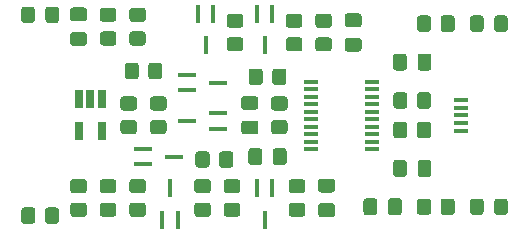
<source format=gbr>
%TF.GenerationSoftware,KiCad,Pcbnew,(5.1.9)-1*%
%TF.CreationDate,2021-12-10T21:49:07-06:00*%
%TF.ProjectId,minirib-usb,6d696e69-7269-4622-9d75-73622e6b6963,A*%
%TF.SameCoordinates,Original*%
%TF.FileFunction,Paste,Top*%
%TF.FilePolarity,Positive*%
%FSLAX46Y46*%
G04 Gerber Fmt 4.6, Leading zero omitted, Abs format (unit mm)*
G04 Created by KiCad (PCBNEW (5.1.9)-1) date 2021-12-10 21:49:07*
%MOMM*%
%LPD*%
G01*
G04 APERTURE LIST*
%ADD10R,0.450000X1.500000*%
%ADD11R,1.500000X0.450000*%
%ADD12R,1.200000X0.400000*%
%ADD13R,0.650000X1.560000*%
%ADD14R,1.300000X0.450000*%
G04 APERTURE END LIST*
%TO.C,C1*%
G36*
G01*
X160875000Y-104975000D02*
X160875000Y-104025000D01*
G75*
G02*
X161125000Y-103775000I250000J0D01*
G01*
X161800000Y-103775000D01*
G75*
G02*
X162050000Y-104025000I0J-250000D01*
G01*
X162050000Y-104975000D01*
G75*
G02*
X161800000Y-105225000I-250000J0D01*
G01*
X161125000Y-105225000D01*
G75*
G02*
X160875000Y-104975000I0J250000D01*
G01*
G37*
G36*
G01*
X162950000Y-104975000D02*
X162950000Y-104025000D01*
G75*
G02*
X163200000Y-103775000I250000J0D01*
G01*
X163875000Y-103775000D01*
G75*
G02*
X164125000Y-104025000I0J-250000D01*
G01*
X164125000Y-104975000D01*
G75*
G02*
X163875000Y-105225000I-250000J0D01*
G01*
X163200000Y-105225000D01*
G75*
G02*
X162950000Y-104975000I0J250000D01*
G01*
G37*
%TD*%
%TO.C,C2*%
G36*
G01*
X160450000Y-108225000D02*
X160450000Y-107275000D01*
G75*
G02*
X160700000Y-107025000I250000J0D01*
G01*
X161375000Y-107025000D01*
G75*
G02*
X161625000Y-107275000I0J-250000D01*
G01*
X161625000Y-108225000D01*
G75*
G02*
X161375000Y-108475000I-250000J0D01*
G01*
X160700000Y-108475000D01*
G75*
G02*
X160450000Y-108225000I0J250000D01*
G01*
G37*
G36*
G01*
X158375000Y-108225000D02*
X158375000Y-107275000D01*
G75*
G02*
X158625000Y-107025000I250000J0D01*
G01*
X159300000Y-107025000D01*
G75*
G02*
X159550000Y-107275000I0J-250000D01*
G01*
X159550000Y-108225000D01*
G75*
G02*
X159300000Y-108475000I-250000J0D01*
G01*
X158625000Y-108475000D01*
G75*
G02*
X158375000Y-108225000I0J250000D01*
G01*
G37*
%TD*%
%TO.C,C3*%
G36*
G01*
X134725000Y-92050000D02*
X133775000Y-92050000D01*
G75*
G02*
X133525000Y-91800000I0J250000D01*
G01*
X133525000Y-91125000D01*
G75*
G02*
X133775000Y-90875000I250000J0D01*
G01*
X134725000Y-90875000D01*
G75*
G02*
X134975000Y-91125000I0J-250000D01*
G01*
X134975000Y-91800000D01*
G75*
G02*
X134725000Y-92050000I-250000J0D01*
G01*
G37*
G36*
G01*
X134725000Y-94125000D02*
X133775000Y-94125000D01*
G75*
G02*
X133525000Y-93875000I0J250000D01*
G01*
X133525000Y-93200000D01*
G75*
G02*
X133775000Y-92950000I250000J0D01*
G01*
X134725000Y-92950000D01*
G75*
G02*
X134975000Y-93200000I0J-250000D01*
G01*
X134975000Y-93875000D01*
G75*
G02*
X134725000Y-94125000I-250000J0D01*
G01*
G37*
%TD*%
%TO.C,C4*%
G36*
G01*
X164125000Y-95025000D02*
X164125000Y-95975000D01*
G75*
G02*
X163875000Y-96225000I-250000J0D01*
G01*
X163200000Y-96225000D01*
G75*
G02*
X162950000Y-95975000I0J250000D01*
G01*
X162950000Y-95025000D01*
G75*
G02*
X163200000Y-94775000I250000J0D01*
G01*
X163875000Y-94775000D01*
G75*
G02*
X164125000Y-95025000I0J-250000D01*
G01*
G37*
G36*
G01*
X162050000Y-95025000D02*
X162050000Y-95975000D01*
G75*
G02*
X161800000Y-96225000I-250000J0D01*
G01*
X161125000Y-96225000D01*
G75*
G02*
X160875000Y-95975000I0J250000D01*
G01*
X160875000Y-95025000D01*
G75*
G02*
X161125000Y-94775000I250000J0D01*
G01*
X161800000Y-94775000D01*
G75*
G02*
X162050000Y-95025000I0J-250000D01*
G01*
G37*
%TD*%
%TO.C,C5*%
G36*
G01*
X157975000Y-94625000D02*
X157025000Y-94625000D01*
G75*
G02*
X156775000Y-94375000I0J250000D01*
G01*
X156775000Y-93700000D01*
G75*
G02*
X157025000Y-93450000I250000J0D01*
G01*
X157975000Y-93450000D01*
G75*
G02*
X158225000Y-93700000I0J-250000D01*
G01*
X158225000Y-94375000D01*
G75*
G02*
X157975000Y-94625000I-250000J0D01*
G01*
G37*
G36*
G01*
X157975000Y-92550000D02*
X157025000Y-92550000D01*
G75*
G02*
X156775000Y-92300000I0J250000D01*
G01*
X156775000Y-91625000D01*
G75*
G02*
X157025000Y-91375000I250000J0D01*
G01*
X157975000Y-91375000D01*
G75*
G02*
X158225000Y-91625000I0J-250000D01*
G01*
X158225000Y-92300000D01*
G75*
G02*
X157975000Y-92550000I-250000J0D01*
G01*
G37*
%TD*%
%TO.C,C6*%
G36*
G01*
X154775000Y-105375000D02*
X155725000Y-105375000D01*
G75*
G02*
X155975000Y-105625000I0J-250000D01*
G01*
X155975000Y-106300000D01*
G75*
G02*
X155725000Y-106550000I-250000J0D01*
G01*
X154775000Y-106550000D01*
G75*
G02*
X154525000Y-106300000I0J250000D01*
G01*
X154525000Y-105625000D01*
G75*
G02*
X154775000Y-105375000I250000J0D01*
G01*
G37*
G36*
G01*
X154775000Y-107450000D02*
X155725000Y-107450000D01*
G75*
G02*
X155975000Y-107700000I0J-250000D01*
G01*
X155975000Y-108375000D01*
G75*
G02*
X155725000Y-108625000I-250000J0D01*
G01*
X154775000Y-108625000D01*
G75*
G02*
X154525000Y-108375000I0J250000D01*
G01*
X154525000Y-107700000D01*
G75*
G02*
X154775000Y-107450000I250000J0D01*
G01*
G37*
%TD*%
%TO.C,C7*%
G36*
G01*
X148275000Y-100450000D02*
X149225000Y-100450000D01*
G75*
G02*
X149475000Y-100700000I0J-250000D01*
G01*
X149475000Y-101375000D01*
G75*
G02*
X149225000Y-101625000I-250000J0D01*
G01*
X148275000Y-101625000D01*
G75*
G02*
X148025000Y-101375000I0J250000D01*
G01*
X148025000Y-100700000D01*
G75*
G02*
X148275000Y-100450000I250000J0D01*
G01*
G37*
G36*
G01*
X148275000Y-98375000D02*
X149225000Y-98375000D01*
G75*
G02*
X149475000Y-98625000I0J-250000D01*
G01*
X149475000Y-99300000D01*
G75*
G02*
X149225000Y-99550000I-250000J0D01*
G01*
X148275000Y-99550000D01*
G75*
G02*
X148025000Y-99300000I0J250000D01*
G01*
X148025000Y-98625000D01*
G75*
G02*
X148275000Y-98375000I250000J0D01*
G01*
G37*
%TD*%
%TO.C,C8*%
G36*
G01*
X150700000Y-103975000D02*
X150700000Y-103025000D01*
G75*
G02*
X150950000Y-102775000I250000J0D01*
G01*
X151625000Y-102775000D01*
G75*
G02*
X151875000Y-103025000I0J-250000D01*
G01*
X151875000Y-103975000D01*
G75*
G02*
X151625000Y-104225000I-250000J0D01*
G01*
X150950000Y-104225000D01*
G75*
G02*
X150700000Y-103975000I0J250000D01*
G01*
G37*
G36*
G01*
X148625000Y-103975000D02*
X148625000Y-103025000D01*
G75*
G02*
X148875000Y-102775000I250000J0D01*
G01*
X149550000Y-102775000D01*
G75*
G02*
X149800000Y-103025000I0J-250000D01*
G01*
X149800000Y-103975000D01*
G75*
G02*
X149550000Y-104225000I-250000J0D01*
G01*
X148875000Y-104225000D01*
G75*
G02*
X148625000Y-103975000I0J250000D01*
G01*
G37*
%TD*%
%TO.C,D5*%
G36*
G01*
X170600000Y-91799999D02*
X170600000Y-92700001D01*
G75*
G02*
X170350001Y-92950000I-249999J0D01*
G01*
X169699999Y-92950000D01*
G75*
G02*
X169450000Y-92700001I0J249999D01*
G01*
X169450000Y-91799999D01*
G75*
G02*
X169699999Y-91550000I249999J0D01*
G01*
X170350001Y-91550000D01*
G75*
G02*
X170600000Y-91799999I0J-249999D01*
G01*
G37*
G36*
G01*
X168550000Y-91799999D02*
X168550000Y-92700001D01*
G75*
G02*
X168300001Y-92950000I-249999J0D01*
G01*
X167649999Y-92950000D01*
G75*
G02*
X167400000Y-92700001I0J249999D01*
G01*
X167400000Y-91799999D01*
G75*
G02*
X167649999Y-91550000I249999J0D01*
G01*
X168300001Y-91550000D01*
G75*
G02*
X168550000Y-91799999I0J-249999D01*
G01*
G37*
%TD*%
%TO.C,D6*%
G36*
G01*
X168550000Y-107299999D02*
X168550000Y-108200001D01*
G75*
G02*
X168300001Y-108450000I-249999J0D01*
G01*
X167649999Y-108450000D01*
G75*
G02*
X167400000Y-108200001I0J249999D01*
G01*
X167400000Y-107299999D01*
G75*
G02*
X167649999Y-107050000I249999J0D01*
G01*
X168300001Y-107050000D01*
G75*
G02*
X168550000Y-107299999I0J-249999D01*
G01*
G37*
G36*
G01*
X170600000Y-107299999D02*
X170600000Y-108200001D01*
G75*
G02*
X170350001Y-108450000I-249999J0D01*
G01*
X169699999Y-108450000D01*
G75*
G02*
X169450000Y-108200001I0J249999D01*
G01*
X169450000Y-107299999D01*
G75*
G02*
X169699999Y-107050000I249999J0D01*
G01*
X170350001Y-107050000D01*
G75*
G02*
X170600000Y-107299999I0J-249999D01*
G01*
G37*
%TD*%
%TO.C,D7*%
G36*
G01*
X130550000Y-91049999D02*
X130550000Y-91950001D01*
G75*
G02*
X130300001Y-92200000I-249999J0D01*
G01*
X129649999Y-92200000D01*
G75*
G02*
X129400000Y-91950001I0J249999D01*
G01*
X129400000Y-91049999D01*
G75*
G02*
X129649999Y-90800000I249999J0D01*
G01*
X130300001Y-90800000D01*
G75*
G02*
X130550000Y-91049999I0J-249999D01*
G01*
G37*
G36*
G01*
X132600000Y-91049999D02*
X132600000Y-91950001D01*
G75*
G02*
X132350001Y-92200000I-249999J0D01*
G01*
X131699999Y-92200000D01*
G75*
G02*
X131450000Y-91950001I0J249999D01*
G01*
X131450000Y-91049999D01*
G75*
G02*
X131699999Y-90800000I249999J0D01*
G01*
X132350001Y-90800000D01*
G75*
G02*
X132600000Y-91049999I0J-249999D01*
G01*
G37*
%TD*%
D10*
%TO.C,Q1*%
X150000000Y-94080000D03*
X149350000Y-91420000D03*
X150650000Y-91420000D03*
%TD*%
D11*
%TO.C,Q2*%
X146080000Y-97250000D03*
X143420000Y-97900000D03*
X143420000Y-96600000D03*
%TD*%
D10*
%TO.C,Q3*%
X150650000Y-106170000D03*
X149350000Y-106170000D03*
X150000000Y-108830000D03*
%TD*%
%TO.C,Q4*%
X145000000Y-94080000D03*
X144350000Y-91420000D03*
X145650000Y-91420000D03*
%TD*%
D11*
%TO.C,Q5*%
X143420000Y-100500000D03*
X146080000Y-99850000D03*
X146080000Y-101150000D03*
%TD*%
D10*
%TO.C,Q6*%
X142000000Y-106170000D03*
X142650000Y-108830000D03*
X141350000Y-108830000D03*
%TD*%
D11*
%TO.C,Q7*%
X139670000Y-102850000D03*
X139670000Y-104150000D03*
X142330000Y-103500000D03*
%TD*%
%TO.C,R1*%
G36*
G01*
X162900000Y-101700001D02*
X162900000Y-100799999D01*
G75*
G02*
X163149999Y-100550000I249999J0D01*
G01*
X163850001Y-100550000D01*
G75*
G02*
X164100000Y-100799999I0J-249999D01*
G01*
X164100000Y-101700001D01*
G75*
G02*
X163850001Y-101950000I-249999J0D01*
G01*
X163149999Y-101950000D01*
G75*
G02*
X162900000Y-101700001I0J249999D01*
G01*
G37*
G36*
G01*
X160900000Y-101700001D02*
X160900000Y-100799999D01*
G75*
G02*
X161149999Y-100550000I249999J0D01*
G01*
X161850001Y-100550000D01*
G75*
G02*
X162100000Y-100799999I0J-249999D01*
G01*
X162100000Y-101700001D01*
G75*
G02*
X161850001Y-101950000I-249999J0D01*
G01*
X161149999Y-101950000D01*
G75*
G02*
X160900000Y-101700001I0J249999D01*
G01*
G37*
%TD*%
%TO.C,R2*%
G36*
G01*
X164100000Y-98299999D02*
X164100000Y-99200001D01*
G75*
G02*
X163850001Y-99450000I-249999J0D01*
G01*
X163149999Y-99450000D01*
G75*
G02*
X162900000Y-99200001I0J249999D01*
G01*
X162900000Y-98299999D01*
G75*
G02*
X163149999Y-98050000I249999J0D01*
G01*
X163850001Y-98050000D01*
G75*
G02*
X164100000Y-98299999I0J-249999D01*
G01*
G37*
G36*
G01*
X162100000Y-98299999D02*
X162100000Y-99200001D01*
G75*
G02*
X161850001Y-99450000I-249999J0D01*
G01*
X161149999Y-99450000D01*
G75*
G02*
X160900000Y-99200001I0J249999D01*
G01*
X160900000Y-98299999D01*
G75*
G02*
X161149999Y-98050000I249999J0D01*
G01*
X161850001Y-98050000D01*
G75*
G02*
X162100000Y-98299999I0J-249999D01*
G01*
G37*
%TD*%
%TO.C,R3*%
G36*
G01*
X137200001Y-92100000D02*
X136299999Y-92100000D01*
G75*
G02*
X136050000Y-91850001I0J249999D01*
G01*
X136050000Y-91149999D01*
G75*
G02*
X136299999Y-90900000I249999J0D01*
G01*
X137200001Y-90900000D01*
G75*
G02*
X137450000Y-91149999I0J-249999D01*
G01*
X137450000Y-91850001D01*
G75*
G02*
X137200001Y-92100000I-249999J0D01*
G01*
G37*
G36*
G01*
X137200001Y-94100000D02*
X136299999Y-94100000D01*
G75*
G02*
X136050000Y-93850001I0J249999D01*
G01*
X136050000Y-93149999D01*
G75*
G02*
X136299999Y-92900000I249999J0D01*
G01*
X137200001Y-92900000D01*
G75*
G02*
X137450000Y-93149999I0J-249999D01*
G01*
X137450000Y-93850001D01*
G75*
G02*
X137200001Y-94100000I-249999J0D01*
G01*
G37*
%TD*%
%TO.C,R4*%
G36*
G01*
X138799999Y-92900000D02*
X139700001Y-92900000D01*
G75*
G02*
X139950000Y-93149999I0J-249999D01*
G01*
X139950000Y-93850001D01*
G75*
G02*
X139700001Y-94100000I-249999J0D01*
G01*
X138799999Y-94100000D01*
G75*
G02*
X138550000Y-93850001I0J249999D01*
G01*
X138550000Y-93149999D01*
G75*
G02*
X138799999Y-92900000I249999J0D01*
G01*
G37*
G36*
G01*
X138799999Y-90900000D02*
X139700001Y-90900000D01*
G75*
G02*
X139950000Y-91149999I0J-249999D01*
G01*
X139950000Y-91850001D01*
G75*
G02*
X139700001Y-92100000I-249999J0D01*
G01*
X138799999Y-92100000D01*
G75*
G02*
X138550000Y-91850001I0J249999D01*
G01*
X138550000Y-91149999D01*
G75*
G02*
X138799999Y-90900000I249999J0D01*
G01*
G37*
%TD*%
%TO.C,R5*%
G36*
G01*
X162900000Y-92700001D02*
X162900000Y-91799999D01*
G75*
G02*
X163149999Y-91550000I249999J0D01*
G01*
X163850001Y-91550000D01*
G75*
G02*
X164100000Y-91799999I0J-249999D01*
G01*
X164100000Y-92700001D01*
G75*
G02*
X163850001Y-92950000I-249999J0D01*
G01*
X163149999Y-92950000D01*
G75*
G02*
X162900000Y-92700001I0J249999D01*
G01*
G37*
G36*
G01*
X164900000Y-92700001D02*
X164900000Y-91799999D01*
G75*
G02*
X165149999Y-91550000I249999J0D01*
G01*
X165850001Y-91550000D01*
G75*
G02*
X166100000Y-91799999I0J-249999D01*
G01*
X166100000Y-92700001D01*
G75*
G02*
X165850001Y-92950000I-249999J0D01*
G01*
X165149999Y-92950000D01*
G75*
G02*
X164900000Y-92700001I0J249999D01*
G01*
G37*
%TD*%
%TO.C,R6*%
G36*
G01*
X166100000Y-107299999D02*
X166100000Y-108200001D01*
G75*
G02*
X165850001Y-108450000I-249999J0D01*
G01*
X165149999Y-108450000D01*
G75*
G02*
X164900000Y-108200001I0J249999D01*
G01*
X164900000Y-107299999D01*
G75*
G02*
X165149999Y-107050000I249999J0D01*
G01*
X165850001Y-107050000D01*
G75*
G02*
X166100000Y-107299999I0J-249999D01*
G01*
G37*
G36*
G01*
X164100000Y-107299999D02*
X164100000Y-108200001D01*
G75*
G02*
X163850001Y-108450000I-249999J0D01*
G01*
X163149999Y-108450000D01*
G75*
G02*
X162900000Y-108200001I0J249999D01*
G01*
X162900000Y-107299999D01*
G75*
G02*
X163149999Y-107050000I249999J0D01*
G01*
X163850001Y-107050000D01*
G75*
G02*
X164100000Y-107299999I0J-249999D01*
G01*
G37*
%TD*%
%TO.C,R7*%
G36*
G01*
X152049999Y-93400000D02*
X152950001Y-93400000D01*
G75*
G02*
X153200000Y-93649999I0J-249999D01*
G01*
X153200000Y-94350001D01*
G75*
G02*
X152950001Y-94600000I-249999J0D01*
G01*
X152049999Y-94600000D01*
G75*
G02*
X151800000Y-94350001I0J249999D01*
G01*
X151800000Y-93649999D01*
G75*
G02*
X152049999Y-93400000I249999J0D01*
G01*
G37*
G36*
G01*
X152049999Y-91400000D02*
X152950001Y-91400000D01*
G75*
G02*
X153200000Y-91649999I0J-249999D01*
G01*
X153200000Y-92350001D01*
G75*
G02*
X152950001Y-92600000I-249999J0D01*
G01*
X152049999Y-92600000D01*
G75*
G02*
X151800000Y-92350001I0J249999D01*
G01*
X151800000Y-91649999D01*
G75*
G02*
X152049999Y-91400000I249999J0D01*
G01*
G37*
%TD*%
%TO.C,R8*%
G36*
G01*
X151700001Y-101600000D02*
X150799999Y-101600000D01*
G75*
G02*
X150550000Y-101350001I0J249999D01*
G01*
X150550000Y-100649999D01*
G75*
G02*
X150799999Y-100400000I249999J0D01*
G01*
X151700001Y-100400000D01*
G75*
G02*
X151950000Y-100649999I0J-249999D01*
G01*
X151950000Y-101350001D01*
G75*
G02*
X151700001Y-101600000I-249999J0D01*
G01*
G37*
G36*
G01*
X151700001Y-99600000D02*
X150799999Y-99600000D01*
G75*
G02*
X150550000Y-99350001I0J249999D01*
G01*
X150550000Y-98649999D01*
G75*
G02*
X150799999Y-98400000I249999J0D01*
G01*
X151700001Y-98400000D01*
G75*
G02*
X151950000Y-98649999I0J-249999D01*
G01*
X151950000Y-99350001D01*
G75*
G02*
X151700001Y-99600000I-249999J0D01*
G01*
G37*
%TD*%
%TO.C,R9*%
G36*
G01*
X153200001Y-108600000D02*
X152299999Y-108600000D01*
G75*
G02*
X152050000Y-108350001I0J249999D01*
G01*
X152050000Y-107649999D01*
G75*
G02*
X152299999Y-107400000I249999J0D01*
G01*
X153200001Y-107400000D01*
G75*
G02*
X153450000Y-107649999I0J-249999D01*
G01*
X153450000Y-108350001D01*
G75*
G02*
X153200001Y-108600000I-249999J0D01*
G01*
G37*
G36*
G01*
X153200001Y-106600000D02*
X152299999Y-106600000D01*
G75*
G02*
X152050000Y-106350001I0J249999D01*
G01*
X152050000Y-105649999D01*
G75*
G02*
X152299999Y-105400000I249999J0D01*
G01*
X153200001Y-105400000D01*
G75*
G02*
X153450000Y-105649999I0J-249999D01*
G01*
X153450000Y-106350001D01*
G75*
G02*
X153200001Y-106600000I-249999J0D01*
G01*
G37*
%TD*%
%TO.C,R10*%
G36*
G01*
X154549999Y-91400000D02*
X155450001Y-91400000D01*
G75*
G02*
X155700000Y-91649999I0J-249999D01*
G01*
X155700000Y-92350001D01*
G75*
G02*
X155450001Y-92600000I-249999J0D01*
G01*
X154549999Y-92600000D01*
G75*
G02*
X154300000Y-92350001I0J249999D01*
G01*
X154300000Y-91649999D01*
G75*
G02*
X154549999Y-91400000I249999J0D01*
G01*
G37*
G36*
G01*
X154549999Y-93400000D02*
X155450001Y-93400000D01*
G75*
G02*
X155700000Y-93649999I0J-249999D01*
G01*
X155700000Y-94350001D01*
G75*
G02*
X155450001Y-94600000I-249999J0D01*
G01*
X154549999Y-94600000D01*
G75*
G02*
X154300000Y-94350001I0J249999D01*
G01*
X154300000Y-93649999D01*
G75*
G02*
X154549999Y-93400000I249999J0D01*
G01*
G37*
%TD*%
%TO.C,R11*%
G36*
G01*
X149850000Y-96299999D02*
X149850000Y-97200001D01*
G75*
G02*
X149600001Y-97450000I-249999J0D01*
G01*
X148899999Y-97450000D01*
G75*
G02*
X148650000Y-97200001I0J249999D01*
G01*
X148650000Y-96299999D01*
G75*
G02*
X148899999Y-96050000I249999J0D01*
G01*
X149600001Y-96050000D01*
G75*
G02*
X149850000Y-96299999I0J-249999D01*
G01*
G37*
G36*
G01*
X151850000Y-96299999D02*
X151850000Y-97200001D01*
G75*
G02*
X151600001Y-97450000I-249999J0D01*
G01*
X150899999Y-97450000D01*
G75*
G02*
X150650000Y-97200001I0J249999D01*
G01*
X150650000Y-96299999D01*
G75*
G02*
X150899999Y-96050000I249999J0D01*
G01*
X151600001Y-96050000D01*
G75*
G02*
X151850000Y-96299999I0J-249999D01*
G01*
G37*
%TD*%
%TO.C,R12*%
G36*
G01*
X147049999Y-91400000D02*
X147950001Y-91400000D01*
G75*
G02*
X148200000Y-91649999I0J-249999D01*
G01*
X148200000Y-92350001D01*
G75*
G02*
X147950001Y-92600000I-249999J0D01*
G01*
X147049999Y-92600000D01*
G75*
G02*
X146800000Y-92350001I0J249999D01*
G01*
X146800000Y-91649999D01*
G75*
G02*
X147049999Y-91400000I249999J0D01*
G01*
G37*
G36*
G01*
X147049999Y-93400000D02*
X147950001Y-93400000D01*
G75*
G02*
X148200000Y-93649999I0J-249999D01*
G01*
X148200000Y-94350001D01*
G75*
G02*
X147950001Y-94600000I-249999J0D01*
G01*
X147049999Y-94600000D01*
G75*
G02*
X146800000Y-94350001I0J249999D01*
G01*
X146800000Y-93649999D01*
G75*
G02*
X147049999Y-93400000I249999J0D01*
G01*
G37*
%TD*%
%TO.C,R13*%
G36*
G01*
X138150000Y-96700001D02*
X138150000Y-95799999D01*
G75*
G02*
X138399999Y-95550000I249999J0D01*
G01*
X139100001Y-95550000D01*
G75*
G02*
X139350000Y-95799999I0J-249999D01*
G01*
X139350000Y-96700001D01*
G75*
G02*
X139100001Y-96950000I-249999J0D01*
G01*
X138399999Y-96950000D01*
G75*
G02*
X138150000Y-96700001I0J249999D01*
G01*
G37*
G36*
G01*
X140150000Y-96700001D02*
X140150000Y-95799999D01*
G75*
G02*
X140399999Y-95550000I249999J0D01*
G01*
X141100001Y-95550000D01*
G75*
G02*
X141350000Y-95799999I0J-249999D01*
G01*
X141350000Y-96700001D01*
G75*
G02*
X141100001Y-96950000I-249999J0D01*
G01*
X140399999Y-96950000D01*
G75*
G02*
X140150000Y-96700001I0J249999D01*
G01*
G37*
%TD*%
%TO.C,R14*%
G36*
G01*
X147700001Y-108600000D02*
X146799999Y-108600000D01*
G75*
G02*
X146550000Y-108350001I0J249999D01*
G01*
X146550000Y-107649999D01*
G75*
G02*
X146799999Y-107400000I249999J0D01*
G01*
X147700001Y-107400000D01*
G75*
G02*
X147950000Y-107649999I0J-249999D01*
G01*
X147950000Y-108350001D01*
G75*
G02*
X147700001Y-108600000I-249999J0D01*
G01*
G37*
G36*
G01*
X147700001Y-106600000D02*
X146799999Y-106600000D01*
G75*
G02*
X146550000Y-106350001I0J249999D01*
G01*
X146550000Y-105649999D01*
G75*
G02*
X146799999Y-105400000I249999J0D01*
G01*
X147700001Y-105400000D01*
G75*
G02*
X147950000Y-105649999I0J-249999D01*
G01*
X147950000Y-106350001D01*
G75*
G02*
X147700001Y-106600000I-249999J0D01*
G01*
G37*
%TD*%
%TO.C,R15*%
G36*
G01*
X141450001Y-101600000D02*
X140549999Y-101600000D01*
G75*
G02*
X140300000Y-101350001I0J249999D01*
G01*
X140300000Y-100649999D01*
G75*
G02*
X140549999Y-100400000I249999J0D01*
G01*
X141450001Y-100400000D01*
G75*
G02*
X141700000Y-100649999I0J-249999D01*
G01*
X141700000Y-101350001D01*
G75*
G02*
X141450001Y-101600000I-249999J0D01*
G01*
G37*
G36*
G01*
X141450001Y-99600000D02*
X140549999Y-99600000D01*
G75*
G02*
X140300000Y-99350001I0J249999D01*
G01*
X140300000Y-98649999D01*
G75*
G02*
X140549999Y-98400000I249999J0D01*
G01*
X141450001Y-98400000D01*
G75*
G02*
X141700000Y-98649999I0J-249999D01*
G01*
X141700000Y-99350001D01*
G75*
G02*
X141450001Y-99600000I-249999J0D01*
G01*
G37*
%TD*%
%TO.C,R16*%
G36*
G01*
X145200001Y-106600000D02*
X144299999Y-106600000D01*
G75*
G02*
X144050000Y-106350001I0J249999D01*
G01*
X144050000Y-105649999D01*
G75*
G02*
X144299999Y-105400000I249999J0D01*
G01*
X145200001Y-105400000D01*
G75*
G02*
X145450000Y-105649999I0J-249999D01*
G01*
X145450000Y-106350001D01*
G75*
G02*
X145200001Y-106600000I-249999J0D01*
G01*
G37*
G36*
G01*
X145200001Y-108600000D02*
X144299999Y-108600000D01*
G75*
G02*
X144050000Y-108350001I0J249999D01*
G01*
X144050000Y-107649999D01*
G75*
G02*
X144299999Y-107400000I249999J0D01*
G01*
X145200001Y-107400000D01*
G75*
G02*
X145450000Y-107649999I0J-249999D01*
G01*
X145450000Y-108350001D01*
G75*
G02*
X145200001Y-108600000I-249999J0D01*
G01*
G37*
%TD*%
%TO.C,R17*%
G36*
G01*
X138950001Y-101600000D02*
X138049999Y-101600000D01*
G75*
G02*
X137800000Y-101350001I0J249999D01*
G01*
X137800000Y-100649999D01*
G75*
G02*
X138049999Y-100400000I249999J0D01*
G01*
X138950001Y-100400000D01*
G75*
G02*
X139200000Y-100649999I0J-249999D01*
G01*
X139200000Y-101350001D01*
G75*
G02*
X138950001Y-101600000I-249999J0D01*
G01*
G37*
G36*
G01*
X138950001Y-99600000D02*
X138049999Y-99600000D01*
G75*
G02*
X137800000Y-99350001I0J249999D01*
G01*
X137800000Y-98649999D01*
G75*
G02*
X138049999Y-98400000I249999J0D01*
G01*
X138950001Y-98400000D01*
G75*
G02*
X139200000Y-98649999I0J-249999D01*
G01*
X139200000Y-99350001D01*
G75*
G02*
X138950001Y-99600000I-249999J0D01*
G01*
G37*
%TD*%
%TO.C,R18*%
G36*
G01*
X139700001Y-106600000D02*
X138799999Y-106600000D01*
G75*
G02*
X138550000Y-106350001I0J249999D01*
G01*
X138550000Y-105649999D01*
G75*
G02*
X138799999Y-105400000I249999J0D01*
G01*
X139700001Y-105400000D01*
G75*
G02*
X139950000Y-105649999I0J-249999D01*
G01*
X139950000Y-106350001D01*
G75*
G02*
X139700001Y-106600000I-249999J0D01*
G01*
G37*
G36*
G01*
X139700001Y-108600000D02*
X138799999Y-108600000D01*
G75*
G02*
X138550000Y-108350001I0J249999D01*
G01*
X138550000Y-107649999D01*
G75*
G02*
X138799999Y-107400000I249999J0D01*
G01*
X139700001Y-107400000D01*
G75*
G02*
X139950000Y-107649999I0J-249999D01*
G01*
X139950000Y-108350001D01*
G75*
G02*
X139700001Y-108600000I-249999J0D01*
G01*
G37*
%TD*%
%TO.C,R19*%
G36*
G01*
X137200001Y-108600000D02*
X136299999Y-108600000D01*
G75*
G02*
X136050000Y-108350001I0J249999D01*
G01*
X136050000Y-107649999D01*
G75*
G02*
X136299999Y-107400000I249999J0D01*
G01*
X137200001Y-107400000D01*
G75*
G02*
X137450000Y-107649999I0J-249999D01*
G01*
X137450000Y-108350001D01*
G75*
G02*
X137200001Y-108600000I-249999J0D01*
G01*
G37*
G36*
G01*
X137200001Y-106600000D02*
X136299999Y-106600000D01*
G75*
G02*
X136050000Y-106350001I0J249999D01*
G01*
X136050000Y-105649999D01*
G75*
G02*
X136299999Y-105400000I249999J0D01*
G01*
X137200001Y-105400000D01*
G75*
G02*
X137450000Y-105649999I0J-249999D01*
G01*
X137450000Y-106350001D01*
G75*
G02*
X137200001Y-106600000I-249999J0D01*
G01*
G37*
%TD*%
%TO.C,R20*%
G36*
G01*
X144150000Y-104200001D02*
X144150000Y-103299999D01*
G75*
G02*
X144399999Y-103050000I249999J0D01*
G01*
X145100001Y-103050000D01*
G75*
G02*
X145350000Y-103299999I0J-249999D01*
G01*
X145350000Y-104200001D01*
G75*
G02*
X145100001Y-104450000I-249999J0D01*
G01*
X144399999Y-104450000D01*
G75*
G02*
X144150000Y-104200001I0J249999D01*
G01*
G37*
G36*
G01*
X146150000Y-104200001D02*
X146150000Y-103299999D01*
G75*
G02*
X146399999Y-103050000I249999J0D01*
G01*
X147100001Y-103050000D01*
G75*
G02*
X147350000Y-103299999I0J-249999D01*
G01*
X147350000Y-104200001D01*
G75*
G02*
X147100001Y-104450000I-249999J0D01*
G01*
X146399999Y-104450000D01*
G75*
G02*
X146150000Y-104200001I0J249999D01*
G01*
G37*
%TD*%
%TO.C,R21*%
G36*
G01*
X134700001Y-106600000D02*
X133799999Y-106600000D01*
G75*
G02*
X133550000Y-106350001I0J249999D01*
G01*
X133550000Y-105649999D01*
G75*
G02*
X133799999Y-105400000I249999J0D01*
G01*
X134700001Y-105400000D01*
G75*
G02*
X134950000Y-105649999I0J-249999D01*
G01*
X134950000Y-106350001D01*
G75*
G02*
X134700001Y-106600000I-249999J0D01*
G01*
G37*
G36*
G01*
X134700001Y-108600000D02*
X133799999Y-108600000D01*
G75*
G02*
X133550000Y-108350001I0J249999D01*
G01*
X133550000Y-107649999D01*
G75*
G02*
X133799999Y-107400000I249999J0D01*
G01*
X134700001Y-107400000D01*
G75*
G02*
X134950000Y-107649999I0J-249999D01*
G01*
X134950000Y-108350001D01*
G75*
G02*
X134700001Y-108600000I-249999J0D01*
G01*
G37*
%TD*%
%TO.C,R22*%
G36*
G01*
X130600000Y-108049999D02*
X130600000Y-108950001D01*
G75*
G02*
X130350001Y-109200000I-249999J0D01*
G01*
X129649999Y-109200000D01*
G75*
G02*
X129400000Y-108950001I0J249999D01*
G01*
X129400000Y-108049999D01*
G75*
G02*
X129649999Y-107800000I249999J0D01*
G01*
X130350001Y-107800000D01*
G75*
G02*
X130600000Y-108049999I0J-249999D01*
G01*
G37*
G36*
G01*
X132600000Y-108049999D02*
X132600000Y-108950001D01*
G75*
G02*
X132350001Y-109200000I-249999J0D01*
G01*
X131649999Y-109200000D01*
G75*
G02*
X131400000Y-108950001I0J249999D01*
G01*
X131400000Y-108049999D01*
G75*
G02*
X131649999Y-107800000I249999J0D01*
G01*
X132350001Y-107800000D01*
G75*
G02*
X132600000Y-108049999I0J-249999D01*
G01*
G37*
%TD*%
D12*
%TO.C,U1*%
X153900000Y-97142500D03*
X153900000Y-97777500D03*
X153900000Y-98412500D03*
X153900000Y-99047500D03*
X153900000Y-99682500D03*
X153900000Y-100317500D03*
X153900000Y-100952500D03*
X153900000Y-101587500D03*
X153900000Y-102222500D03*
X153900000Y-102857500D03*
X159100000Y-102857500D03*
X159100000Y-102222500D03*
X159100000Y-101587500D03*
X159100000Y-100952500D03*
X159100000Y-100317500D03*
X159100000Y-99682500D03*
X159100000Y-99047500D03*
X159100000Y-98412500D03*
X159100000Y-97777500D03*
X159100000Y-97142500D03*
%TD*%
D13*
%TO.C,U2*%
X136200000Y-98650000D03*
X135250000Y-98650000D03*
X134300000Y-98650000D03*
X134300000Y-101350000D03*
X136200000Y-101350000D03*
%TD*%
D14*
%TO.C,J1*%
X166600000Y-101300000D03*
X166600000Y-100650000D03*
X166600000Y-100000000D03*
X166600000Y-99350000D03*
X166600000Y-98700000D03*
%TD*%
M02*

</source>
